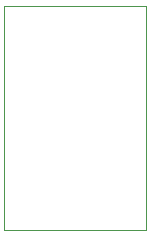
<source format=gm1>
G04 #@! TF.GenerationSoftware,KiCad,Pcbnew,(5.1.2)-2*
G04 #@! TF.CreationDate,2019-09-12T19:32:37+02:00*
G04 #@! TF.ProjectId,braunAdapterUSBC,62726175-6e41-4646-9170-746572555342,rev?*
G04 #@! TF.SameCoordinates,Original*
G04 #@! TF.FileFunction,Profile,NP*
%FSLAX46Y46*%
G04 Gerber Fmt 4.6, Leading zero omitted, Abs format (unit mm)*
G04 Created by KiCad (PCBNEW (5.1.2)-2) date 2019-09-12 19:32:37*
%MOMM*%
%LPD*%
G04 APERTURE LIST*
%ADD10C,0.050000*%
G04 APERTURE END LIST*
D10*
X6000000Y-4000000D02*
X-6000000Y-4000000D01*
X6000000Y15000000D02*
X6000000Y-4000000D01*
X-6000000Y15000000D02*
X6000000Y15000000D01*
X-6000000Y-4000000D02*
X-6000000Y15000000D01*
M02*

</source>
